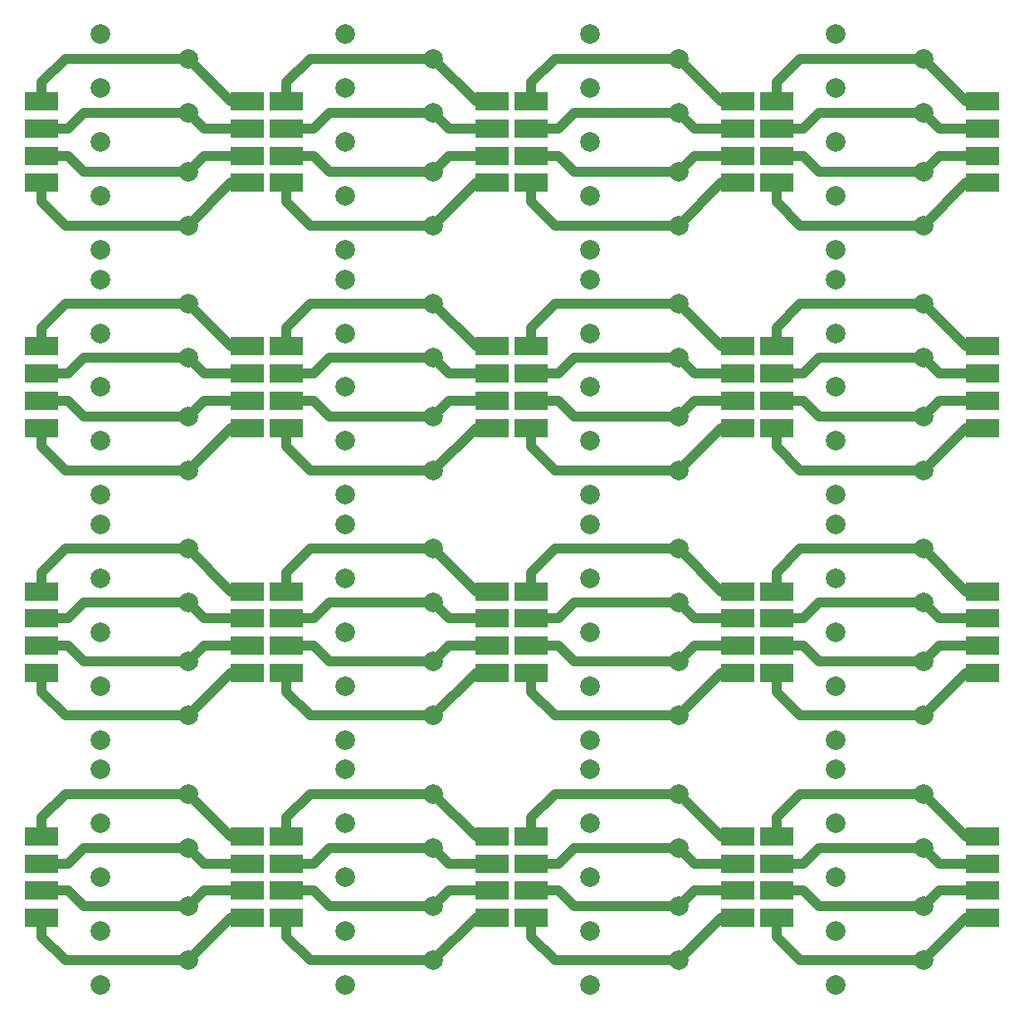
<source format=gbl>
G04 #@! TF.GenerationSoftware,KiCad,Pcbnew,(5.1.5)-3*
G04 #@! TF.CreationDate,2021-04-28T18:54:50+09:00*
G04 #@! TF.ProjectId,DSub9TestPoint.kicad_pcb(4x4),44537562-3954-4657-9374-506f696e742e,rev?*
G04 #@! TF.SameCoordinates,Original*
G04 #@! TF.FileFunction,Copper,L2,Bot*
G04 #@! TF.FilePolarity,Positive*
%FSLAX46Y46*%
G04 Gerber Fmt 4.6, Leading zero omitted, Abs format (unit mm)*
G04 Created by KiCad (PCBNEW (5.1.5)-3) date 2021-04-28 18:54:50*
%MOMM*%
%LPD*%
G04 APERTURE LIST*
%ADD10C,2.000000*%
%ADD11R,3.480000X1.846667*%
%ADD12C,1.000000*%
G04 APERTURE END LIST*
D10*
X133000000Y-101500000D03*
X142000000Y-146000000D03*
X142000000Y-115500000D03*
X133000000Y-137500000D03*
X142000000Y-109500000D03*
X142000000Y-134500000D03*
X133000000Y-148500000D03*
X133000000Y-143000000D03*
X133000000Y-107000000D03*
X133000000Y-126500000D03*
X142000000Y-121000000D03*
X108000000Y-73500000D03*
D11*
X123000000Y-58345000D03*
X123000000Y-61115000D03*
X123000000Y-63885000D03*
X123000000Y-66655000D03*
X102000000Y-58345000D03*
X102000000Y-61115000D03*
X102000000Y-63885000D03*
X102000000Y-66655000D03*
D10*
X117000000Y-65500000D03*
X117000000Y-71000000D03*
X108000000Y-51500000D03*
X108000000Y-57000000D03*
X108000000Y-62500000D03*
X108000000Y-68000000D03*
X117000000Y-84500000D03*
X117000000Y-54000000D03*
X117000000Y-59500000D03*
X108000000Y-76500000D03*
X108000000Y-93000000D03*
D11*
X123000000Y-83345000D03*
X123000000Y-86115000D03*
X123000000Y-88885000D03*
X123000000Y-91655000D03*
X102000000Y-108345000D03*
X102000000Y-111115000D03*
X102000000Y-113885000D03*
X102000000Y-116655000D03*
D10*
X117000000Y-79000000D03*
D11*
X102000000Y-83345000D03*
X102000000Y-86115000D03*
X102000000Y-88885000D03*
X102000000Y-91655000D03*
D10*
X108000000Y-112500000D03*
X108000000Y-118000000D03*
X117000000Y-96000000D03*
X108000000Y-82000000D03*
X108000000Y-87500000D03*
X117000000Y-90500000D03*
X108000000Y-98500000D03*
X108000000Y-123500000D03*
D11*
X123000000Y-108345000D03*
X123000000Y-111115000D03*
X123000000Y-113885000D03*
X123000000Y-116655000D03*
X123000000Y-133345000D03*
X123000000Y-136115000D03*
X123000000Y-138885000D03*
X123000000Y-141655000D03*
D10*
X117000000Y-140500000D03*
X108000000Y-132000000D03*
D11*
X102000000Y-133345000D03*
X102000000Y-136115000D03*
X102000000Y-138885000D03*
X102000000Y-141655000D03*
D10*
X117000000Y-104000000D03*
X117000000Y-129000000D03*
X108000000Y-126500000D03*
X117000000Y-121000000D03*
X108000000Y-107000000D03*
X117000000Y-134500000D03*
X117000000Y-146000000D03*
X108000000Y-137500000D03*
X108000000Y-143000000D03*
X108000000Y-148500000D03*
X117000000Y-109500000D03*
X108000000Y-101500000D03*
X117000000Y-115500000D03*
X142000000Y-71000000D03*
X142000000Y-59500000D03*
X133000000Y-51500000D03*
D11*
X148000000Y-91655000D03*
X148000000Y-88885000D03*
X148000000Y-86115000D03*
X148000000Y-83345000D03*
D10*
X133000000Y-93000000D03*
X142000000Y-54000000D03*
X142000000Y-84500000D03*
D11*
X148000000Y-66655000D03*
X148000000Y-63885000D03*
X148000000Y-61115000D03*
X148000000Y-58345000D03*
D10*
X133000000Y-68000000D03*
X133000000Y-76500000D03*
X133000000Y-73500000D03*
D11*
X127000000Y-66655000D03*
X127000000Y-63885000D03*
X127000000Y-61115000D03*
X127000000Y-58345000D03*
D10*
X133000000Y-57000000D03*
X133000000Y-62500000D03*
X142000000Y-65500000D03*
X133000000Y-112500000D03*
X133000000Y-82000000D03*
D11*
X148000000Y-116655000D03*
X148000000Y-113885000D03*
X148000000Y-111115000D03*
X148000000Y-108345000D03*
D10*
X133000000Y-118000000D03*
X133000000Y-87500000D03*
D11*
X127000000Y-141655000D03*
X127000000Y-138885000D03*
X127000000Y-136115000D03*
X127000000Y-133345000D03*
D10*
X142000000Y-90500000D03*
X142000000Y-140500000D03*
X142000000Y-96000000D03*
X133000000Y-98500000D03*
X133000000Y-123500000D03*
X142000000Y-129000000D03*
D11*
X127000000Y-116655000D03*
X127000000Y-113885000D03*
X127000000Y-111115000D03*
X127000000Y-108345000D03*
D10*
X142000000Y-104000000D03*
X142000000Y-79000000D03*
X133000000Y-132000000D03*
D11*
X148000000Y-141655000D03*
X148000000Y-138885000D03*
X148000000Y-136115000D03*
X148000000Y-133345000D03*
X127000000Y-91655000D03*
X127000000Y-88885000D03*
X127000000Y-86115000D03*
X127000000Y-83345000D03*
D10*
X83000000Y-73500000D03*
D11*
X98000000Y-58345000D03*
X98000000Y-61115000D03*
X98000000Y-63885000D03*
X98000000Y-66655000D03*
X77000000Y-58345000D03*
X77000000Y-61115000D03*
X77000000Y-63885000D03*
X77000000Y-66655000D03*
D10*
X92000000Y-65500000D03*
X92000000Y-71000000D03*
X83000000Y-51500000D03*
X83000000Y-57000000D03*
X83000000Y-62500000D03*
X83000000Y-68000000D03*
X92000000Y-84500000D03*
X92000000Y-54000000D03*
X92000000Y-59500000D03*
X83000000Y-76500000D03*
X83000000Y-93000000D03*
D11*
X98000000Y-83345000D03*
X98000000Y-86115000D03*
X98000000Y-88885000D03*
X98000000Y-91655000D03*
X77000000Y-108345000D03*
X77000000Y-111115000D03*
X77000000Y-113885000D03*
X77000000Y-116655000D03*
D10*
X92000000Y-79000000D03*
D11*
X77000000Y-83345000D03*
X77000000Y-86115000D03*
X77000000Y-88885000D03*
X77000000Y-91655000D03*
D10*
X83000000Y-112500000D03*
X83000000Y-118000000D03*
X92000000Y-96000000D03*
X83000000Y-82000000D03*
X83000000Y-87500000D03*
X92000000Y-90500000D03*
X83000000Y-98500000D03*
X83000000Y-123500000D03*
D11*
X98000000Y-108345000D03*
X98000000Y-111115000D03*
X98000000Y-113885000D03*
X98000000Y-116655000D03*
X98000000Y-133345000D03*
X98000000Y-136115000D03*
X98000000Y-138885000D03*
X98000000Y-141655000D03*
D10*
X92000000Y-140500000D03*
X83000000Y-132000000D03*
D11*
X77000000Y-133345000D03*
X77000000Y-136115000D03*
X77000000Y-138885000D03*
X77000000Y-141655000D03*
D10*
X92000000Y-104000000D03*
X92000000Y-129000000D03*
X83000000Y-126500000D03*
X92000000Y-121000000D03*
X83000000Y-107000000D03*
X92000000Y-134500000D03*
X92000000Y-146000000D03*
X83000000Y-137500000D03*
X83000000Y-143000000D03*
X83000000Y-148500000D03*
X92000000Y-109500000D03*
X83000000Y-101500000D03*
X92000000Y-115500000D03*
D11*
X52000000Y-66655000D03*
X52000000Y-63885000D03*
X52000000Y-61115000D03*
X52000000Y-58345000D03*
X73000000Y-66655000D03*
X73000000Y-63885000D03*
X73000000Y-61115000D03*
X73000000Y-58345000D03*
D10*
X58000000Y-73500000D03*
X58000000Y-68000000D03*
X58000000Y-62500000D03*
X58000000Y-57000000D03*
X58000000Y-51500000D03*
X67000000Y-71000000D03*
X67000000Y-65500000D03*
X67000000Y-59500000D03*
X67000000Y-54000000D03*
D11*
X52000000Y-91655000D03*
X52000000Y-88885000D03*
X52000000Y-86115000D03*
X52000000Y-83345000D03*
X73000000Y-91655000D03*
X73000000Y-88885000D03*
X73000000Y-86115000D03*
X73000000Y-83345000D03*
D10*
X58000000Y-98500000D03*
X58000000Y-93000000D03*
X58000000Y-87500000D03*
X58000000Y-82000000D03*
X58000000Y-76500000D03*
X67000000Y-96000000D03*
X67000000Y-90500000D03*
X67000000Y-84500000D03*
X67000000Y-79000000D03*
D11*
X52000000Y-116655000D03*
X52000000Y-113885000D03*
X52000000Y-111115000D03*
X52000000Y-108345000D03*
X73000000Y-116655000D03*
X73000000Y-113885000D03*
X73000000Y-111115000D03*
X73000000Y-108345000D03*
D10*
X58000000Y-123500000D03*
X58000000Y-118000000D03*
X58000000Y-112500000D03*
X58000000Y-107000000D03*
X58000000Y-101500000D03*
X67000000Y-121000000D03*
X67000000Y-115500000D03*
X67000000Y-109500000D03*
X67000000Y-104000000D03*
D11*
X52000000Y-141655000D03*
X52000000Y-138885000D03*
X52000000Y-136115000D03*
X52000000Y-133345000D03*
X73000000Y-141655000D03*
X73000000Y-138885000D03*
X73000000Y-136115000D03*
X73000000Y-133345000D03*
D10*
X58000000Y-148500000D03*
X58000000Y-143000000D03*
X58000000Y-137500000D03*
X58000000Y-132000000D03*
X58000000Y-126500000D03*
X67000000Y-146000000D03*
X67000000Y-140500000D03*
X67000000Y-134500000D03*
X67000000Y-129000000D03*
D12*
X71345000Y-66655000D02*
X67000000Y-71000000D01*
X73000000Y-66655000D02*
X71345000Y-66655000D01*
X52000000Y-68578333D02*
X52000000Y-66655000D01*
X54421667Y-71000000D02*
X52000000Y-68578333D01*
X67000000Y-71000000D02*
X54421667Y-71000000D01*
X71345000Y-91655000D02*
X67000000Y-96000000D01*
X73000000Y-91655000D02*
X71345000Y-91655000D01*
X52000000Y-93578333D02*
X52000000Y-91655000D01*
X54421667Y-96000000D02*
X52000000Y-93578333D01*
X67000000Y-96000000D02*
X54421667Y-96000000D01*
X71345000Y-116655000D02*
X67000000Y-121000000D01*
X73000000Y-116655000D02*
X71345000Y-116655000D01*
X52000000Y-118578333D02*
X52000000Y-116655000D01*
X54421667Y-121000000D02*
X52000000Y-118578333D01*
X67000000Y-121000000D02*
X54421667Y-121000000D01*
X71345000Y-141655000D02*
X67000000Y-146000000D01*
X73000000Y-141655000D02*
X71345000Y-141655000D01*
X52000000Y-143578333D02*
X52000000Y-141655000D01*
X54421667Y-146000000D02*
X52000000Y-143578333D01*
X67000000Y-146000000D02*
X54421667Y-146000000D01*
X96345000Y-66655000D02*
X92000000Y-71000000D01*
X79421667Y-71000000D02*
X77000000Y-68578333D01*
X77000000Y-68578333D02*
X77000000Y-66655000D01*
X98000000Y-66655000D02*
X96345000Y-66655000D01*
X92000000Y-71000000D02*
X79421667Y-71000000D01*
X77000000Y-93578333D02*
X77000000Y-91655000D01*
X92000000Y-96000000D02*
X79421667Y-96000000D01*
X79421667Y-96000000D02*
X77000000Y-93578333D01*
X98000000Y-91655000D02*
X96345000Y-91655000D01*
X96345000Y-91655000D02*
X92000000Y-96000000D01*
X98000000Y-116655000D02*
X96345000Y-116655000D01*
X79421667Y-121000000D02*
X77000000Y-118578333D01*
X77000000Y-118578333D02*
X77000000Y-116655000D01*
X96345000Y-116655000D02*
X92000000Y-121000000D01*
X92000000Y-121000000D02*
X79421667Y-121000000D01*
X92000000Y-146000000D02*
X79421667Y-146000000D01*
X98000000Y-141655000D02*
X96345000Y-141655000D01*
X96345000Y-141655000D02*
X92000000Y-146000000D01*
X79421667Y-146000000D02*
X77000000Y-143578333D01*
X77000000Y-143578333D02*
X77000000Y-141655000D01*
X121345000Y-66655000D02*
X117000000Y-71000000D01*
X104421667Y-71000000D02*
X102000000Y-68578333D01*
X102000000Y-68578333D02*
X102000000Y-66655000D01*
X123000000Y-66655000D02*
X121345000Y-66655000D01*
X117000000Y-71000000D02*
X104421667Y-71000000D01*
X102000000Y-93578333D02*
X102000000Y-91655000D01*
X117000000Y-96000000D02*
X104421667Y-96000000D01*
X104421667Y-96000000D02*
X102000000Y-93578333D01*
X123000000Y-91655000D02*
X121345000Y-91655000D01*
X121345000Y-91655000D02*
X117000000Y-96000000D01*
X123000000Y-116655000D02*
X121345000Y-116655000D01*
X104421667Y-121000000D02*
X102000000Y-118578333D01*
X102000000Y-118578333D02*
X102000000Y-116655000D01*
X121345000Y-116655000D02*
X117000000Y-121000000D01*
X117000000Y-121000000D02*
X104421667Y-121000000D01*
X117000000Y-146000000D02*
X104421667Y-146000000D01*
X123000000Y-141655000D02*
X121345000Y-141655000D01*
X121345000Y-141655000D02*
X117000000Y-146000000D01*
X104421667Y-146000000D02*
X102000000Y-143578333D01*
X102000000Y-143578333D02*
X102000000Y-141655000D01*
X148000000Y-66655000D02*
X146345000Y-66655000D01*
X146345000Y-66655000D02*
X142000000Y-71000000D01*
X129421667Y-71000000D02*
X127000000Y-68578333D01*
X127000000Y-68578333D02*
X127000000Y-66655000D01*
X142000000Y-121000000D02*
X129421667Y-121000000D01*
X148000000Y-116655000D02*
X146345000Y-116655000D01*
X127000000Y-118578333D02*
X127000000Y-116655000D01*
X146345000Y-116655000D02*
X142000000Y-121000000D01*
X129421667Y-121000000D02*
X127000000Y-118578333D01*
X146345000Y-141655000D02*
X142000000Y-146000000D01*
X129421667Y-146000000D02*
X127000000Y-143578333D01*
X142000000Y-146000000D02*
X129421667Y-146000000D01*
X127000000Y-143578333D02*
X127000000Y-141655000D01*
X148000000Y-141655000D02*
X146345000Y-141655000D01*
X127000000Y-93578333D02*
X127000000Y-91655000D01*
X142000000Y-71000000D02*
X129421667Y-71000000D01*
X148000000Y-91655000D02*
X146345000Y-91655000D01*
X142000000Y-96000000D02*
X129421667Y-96000000D01*
X146345000Y-91655000D02*
X142000000Y-96000000D01*
X129421667Y-96000000D02*
X127000000Y-93578333D01*
X68615000Y-63885000D02*
X73000000Y-63885000D01*
X67000000Y-65500000D02*
X68615000Y-63885000D01*
X54740000Y-63885000D02*
X52000000Y-63885000D01*
X56355000Y-65500000D02*
X54740000Y-63885000D01*
X67000000Y-65500000D02*
X56355000Y-65500000D01*
X68615000Y-88885000D02*
X73000000Y-88885000D01*
X67000000Y-90500000D02*
X68615000Y-88885000D01*
X54740000Y-88885000D02*
X52000000Y-88885000D01*
X56355000Y-90500000D02*
X54740000Y-88885000D01*
X67000000Y-90500000D02*
X56355000Y-90500000D01*
X68615000Y-113885000D02*
X73000000Y-113885000D01*
X67000000Y-115500000D02*
X68615000Y-113885000D01*
X54740000Y-113885000D02*
X52000000Y-113885000D01*
X56355000Y-115500000D02*
X54740000Y-113885000D01*
X67000000Y-115500000D02*
X56355000Y-115500000D01*
X68615000Y-138885000D02*
X73000000Y-138885000D01*
X67000000Y-140500000D02*
X68615000Y-138885000D01*
X54740000Y-138885000D02*
X52000000Y-138885000D01*
X56355000Y-140500000D02*
X54740000Y-138885000D01*
X67000000Y-140500000D02*
X56355000Y-140500000D01*
X79740000Y-63885000D02*
X77000000Y-63885000D01*
X81355000Y-65500000D02*
X79740000Y-63885000D01*
X93615000Y-63885000D02*
X98000000Y-63885000D01*
X92000000Y-65500000D02*
X93615000Y-63885000D01*
X92000000Y-65500000D02*
X81355000Y-65500000D01*
X79740000Y-88885000D02*
X77000000Y-88885000D01*
X93615000Y-88885000D02*
X98000000Y-88885000D01*
X81355000Y-90500000D02*
X79740000Y-88885000D01*
X92000000Y-90500000D02*
X81355000Y-90500000D01*
X92000000Y-90500000D02*
X93615000Y-88885000D01*
X93615000Y-113885000D02*
X98000000Y-113885000D01*
X92000000Y-115500000D02*
X93615000Y-113885000D01*
X79740000Y-113885000D02*
X77000000Y-113885000D01*
X81355000Y-115500000D02*
X79740000Y-113885000D01*
X92000000Y-115500000D02*
X81355000Y-115500000D01*
X93615000Y-138885000D02*
X98000000Y-138885000D01*
X79740000Y-138885000D02*
X77000000Y-138885000D01*
X92000000Y-140500000D02*
X93615000Y-138885000D01*
X92000000Y-140500000D02*
X81355000Y-140500000D01*
X81355000Y-140500000D02*
X79740000Y-138885000D01*
X104740000Y-63885000D02*
X102000000Y-63885000D01*
X106355000Y-65500000D02*
X104740000Y-63885000D01*
X118615000Y-63885000D02*
X123000000Y-63885000D01*
X117000000Y-65500000D02*
X118615000Y-63885000D01*
X117000000Y-65500000D02*
X106355000Y-65500000D01*
X104740000Y-88885000D02*
X102000000Y-88885000D01*
X118615000Y-88885000D02*
X123000000Y-88885000D01*
X106355000Y-90500000D02*
X104740000Y-88885000D01*
X117000000Y-90500000D02*
X106355000Y-90500000D01*
X117000000Y-90500000D02*
X118615000Y-88885000D01*
X118615000Y-113885000D02*
X123000000Y-113885000D01*
X117000000Y-115500000D02*
X118615000Y-113885000D01*
X104740000Y-113885000D02*
X102000000Y-113885000D01*
X106355000Y-115500000D02*
X104740000Y-113885000D01*
X117000000Y-115500000D02*
X106355000Y-115500000D01*
X118615000Y-138885000D02*
X123000000Y-138885000D01*
X104740000Y-138885000D02*
X102000000Y-138885000D01*
X117000000Y-140500000D02*
X118615000Y-138885000D01*
X117000000Y-140500000D02*
X106355000Y-140500000D01*
X106355000Y-140500000D02*
X104740000Y-138885000D01*
X143615000Y-63885000D02*
X148000000Y-63885000D01*
X142000000Y-65500000D02*
X143615000Y-63885000D01*
X129740000Y-63885000D02*
X127000000Y-63885000D01*
X131355000Y-65500000D02*
X129740000Y-63885000D01*
X131355000Y-115500000D02*
X129740000Y-113885000D01*
X129740000Y-113885000D02*
X127000000Y-113885000D01*
X142000000Y-115500000D02*
X131355000Y-115500000D01*
X143615000Y-113885000D02*
X148000000Y-113885000D01*
X142000000Y-115500000D02*
X143615000Y-113885000D01*
X142000000Y-140500000D02*
X131355000Y-140500000D01*
X131355000Y-140500000D02*
X129740000Y-138885000D01*
X129740000Y-138885000D02*
X127000000Y-138885000D01*
X142000000Y-140500000D02*
X143615000Y-138885000D01*
X143615000Y-138885000D02*
X148000000Y-138885000D01*
X142000000Y-65500000D02*
X131355000Y-65500000D01*
X142000000Y-90500000D02*
X143615000Y-88885000D01*
X129740000Y-88885000D02*
X127000000Y-88885000D01*
X131355000Y-90500000D02*
X129740000Y-88885000D01*
X142000000Y-90500000D02*
X131355000Y-90500000D01*
X143615000Y-88885000D02*
X148000000Y-88885000D01*
X68615000Y-61115000D02*
X67000000Y-59500000D01*
X73000000Y-61115000D02*
X68615000Y-61115000D01*
X65585787Y-59500000D02*
X67000000Y-59500000D01*
X54740000Y-61115000D02*
X56355000Y-59500000D01*
X56355000Y-59500000D02*
X65585787Y-59500000D01*
X52000000Y-61115000D02*
X54740000Y-61115000D01*
X68615000Y-86115000D02*
X67000000Y-84500000D01*
X73000000Y-86115000D02*
X68615000Y-86115000D01*
X65585787Y-84500000D02*
X67000000Y-84500000D01*
X54740000Y-86115000D02*
X56355000Y-84500000D01*
X56355000Y-84500000D02*
X65585787Y-84500000D01*
X52000000Y-86115000D02*
X54740000Y-86115000D01*
X68615000Y-111115000D02*
X67000000Y-109500000D01*
X73000000Y-111115000D02*
X68615000Y-111115000D01*
X65585787Y-109500000D02*
X67000000Y-109500000D01*
X54740000Y-111115000D02*
X56355000Y-109500000D01*
X56355000Y-109500000D02*
X65585787Y-109500000D01*
X52000000Y-111115000D02*
X54740000Y-111115000D01*
X68615000Y-136115000D02*
X67000000Y-134500000D01*
X73000000Y-136115000D02*
X68615000Y-136115000D01*
X65585787Y-134500000D02*
X67000000Y-134500000D01*
X54740000Y-136115000D02*
X56355000Y-134500000D01*
X56355000Y-134500000D02*
X65585787Y-134500000D01*
X52000000Y-136115000D02*
X54740000Y-136115000D01*
X98000000Y-61115000D02*
X93615000Y-61115000D01*
X90585787Y-59500000D02*
X92000000Y-59500000D01*
X77000000Y-61115000D02*
X79740000Y-61115000D01*
X79740000Y-61115000D02*
X81355000Y-59500000D01*
X93615000Y-61115000D02*
X92000000Y-59500000D01*
X81355000Y-59500000D02*
X90585787Y-59500000D01*
X81355000Y-84500000D02*
X90585787Y-84500000D01*
X79740000Y-86115000D02*
X81355000Y-84500000D01*
X93615000Y-86115000D02*
X92000000Y-84500000D01*
X98000000Y-86115000D02*
X93615000Y-86115000D01*
X90585787Y-84500000D02*
X92000000Y-84500000D01*
X77000000Y-86115000D02*
X79740000Y-86115000D01*
X93615000Y-111115000D02*
X92000000Y-109500000D01*
X98000000Y-111115000D02*
X93615000Y-111115000D01*
X81355000Y-109500000D02*
X90585787Y-109500000D01*
X77000000Y-111115000D02*
X79740000Y-111115000D01*
X79740000Y-111115000D02*
X81355000Y-109500000D01*
X90585787Y-109500000D02*
X92000000Y-109500000D01*
X81355000Y-134500000D02*
X90585787Y-134500000D01*
X98000000Y-136115000D02*
X93615000Y-136115000D01*
X93615000Y-136115000D02*
X92000000Y-134500000D01*
X90585787Y-134500000D02*
X92000000Y-134500000D01*
X79740000Y-136115000D02*
X81355000Y-134500000D01*
X77000000Y-136115000D02*
X79740000Y-136115000D01*
X123000000Y-61115000D02*
X118615000Y-61115000D01*
X115585787Y-59500000D02*
X117000000Y-59500000D01*
X102000000Y-61115000D02*
X104740000Y-61115000D01*
X104740000Y-61115000D02*
X106355000Y-59500000D01*
X118615000Y-61115000D02*
X117000000Y-59500000D01*
X106355000Y-59500000D02*
X115585787Y-59500000D01*
X106355000Y-84500000D02*
X115585787Y-84500000D01*
X104740000Y-86115000D02*
X106355000Y-84500000D01*
X118615000Y-86115000D02*
X117000000Y-84500000D01*
X123000000Y-86115000D02*
X118615000Y-86115000D01*
X115585787Y-84500000D02*
X117000000Y-84500000D01*
X102000000Y-86115000D02*
X104740000Y-86115000D01*
X118615000Y-111115000D02*
X117000000Y-109500000D01*
X123000000Y-111115000D02*
X118615000Y-111115000D01*
X106355000Y-109500000D02*
X115585787Y-109500000D01*
X102000000Y-111115000D02*
X104740000Y-111115000D01*
X104740000Y-111115000D02*
X106355000Y-109500000D01*
X115585787Y-109500000D02*
X117000000Y-109500000D01*
X106355000Y-134500000D02*
X115585787Y-134500000D01*
X123000000Y-136115000D02*
X118615000Y-136115000D01*
X118615000Y-136115000D02*
X117000000Y-134500000D01*
X115585787Y-134500000D02*
X117000000Y-134500000D01*
X104740000Y-136115000D02*
X106355000Y-134500000D01*
X102000000Y-136115000D02*
X104740000Y-136115000D01*
X140585787Y-59500000D02*
X142000000Y-59500000D01*
X148000000Y-61115000D02*
X143615000Y-61115000D01*
X127000000Y-61115000D02*
X129740000Y-61115000D01*
X131355000Y-109500000D02*
X140585787Y-109500000D01*
X143615000Y-111115000D02*
X142000000Y-109500000D01*
X148000000Y-111115000D02*
X143615000Y-111115000D01*
X127000000Y-86115000D02*
X129740000Y-86115000D01*
X129740000Y-111115000D02*
X131355000Y-109500000D01*
X143615000Y-136115000D02*
X142000000Y-134500000D01*
X131355000Y-134500000D02*
X140585787Y-134500000D01*
X140585787Y-109500000D02*
X142000000Y-109500000D01*
X148000000Y-136115000D02*
X143615000Y-136115000D01*
X129740000Y-136115000D02*
X131355000Y-134500000D01*
X140585787Y-134500000D02*
X142000000Y-134500000D01*
X127000000Y-136115000D02*
X129740000Y-136115000D01*
X127000000Y-111115000D02*
X129740000Y-111115000D01*
X148000000Y-86115000D02*
X143615000Y-86115000D01*
X129740000Y-86115000D02*
X131355000Y-84500000D01*
X131355000Y-84500000D02*
X140585787Y-84500000D01*
X131355000Y-59500000D02*
X140585787Y-59500000D01*
X140585787Y-84500000D02*
X142000000Y-84500000D01*
X129740000Y-61115000D02*
X131355000Y-59500000D01*
X143615000Y-61115000D02*
X142000000Y-59500000D01*
X143615000Y-86115000D02*
X142000000Y-84500000D01*
X71345000Y-58345000D02*
X67000000Y-54000000D01*
X73000000Y-58345000D02*
X71345000Y-58345000D01*
X52000000Y-56421667D02*
X52000000Y-58345000D01*
X54421667Y-54000000D02*
X52000000Y-56421667D01*
X67000000Y-54000000D02*
X54421667Y-54000000D01*
X71345000Y-83345000D02*
X67000000Y-79000000D01*
X73000000Y-83345000D02*
X71345000Y-83345000D01*
X52000000Y-81421667D02*
X52000000Y-83345000D01*
X54421667Y-79000000D02*
X52000000Y-81421667D01*
X67000000Y-79000000D02*
X54421667Y-79000000D01*
X71345000Y-108345000D02*
X67000000Y-104000000D01*
X73000000Y-108345000D02*
X71345000Y-108345000D01*
X52000000Y-106421667D02*
X52000000Y-108345000D01*
X54421667Y-104000000D02*
X52000000Y-106421667D01*
X67000000Y-104000000D02*
X54421667Y-104000000D01*
X71345000Y-133345000D02*
X67000000Y-129000000D01*
X73000000Y-133345000D02*
X71345000Y-133345000D01*
X52000000Y-131421667D02*
X52000000Y-133345000D01*
X54421667Y-129000000D02*
X52000000Y-131421667D01*
X67000000Y-129000000D02*
X54421667Y-129000000D01*
X77000000Y-56421667D02*
X77000000Y-58345000D01*
X92000000Y-54000000D02*
X79421667Y-54000000D01*
X96345000Y-58345000D02*
X92000000Y-54000000D01*
X98000000Y-58345000D02*
X96345000Y-58345000D01*
X79421667Y-54000000D02*
X77000000Y-56421667D01*
X77000000Y-81421667D02*
X77000000Y-83345000D01*
X92000000Y-79000000D02*
X79421667Y-79000000D01*
X79421667Y-79000000D02*
X77000000Y-81421667D01*
X98000000Y-83345000D02*
X96345000Y-83345000D01*
X96345000Y-83345000D02*
X92000000Y-79000000D01*
X96345000Y-108345000D02*
X92000000Y-104000000D01*
X92000000Y-104000000D02*
X79421667Y-104000000D01*
X77000000Y-106421667D02*
X77000000Y-108345000D01*
X98000000Y-108345000D02*
X96345000Y-108345000D01*
X79421667Y-104000000D02*
X77000000Y-106421667D01*
X79421667Y-129000000D02*
X77000000Y-131421667D01*
X96345000Y-133345000D02*
X92000000Y-129000000D01*
X77000000Y-131421667D02*
X77000000Y-133345000D01*
X98000000Y-133345000D02*
X96345000Y-133345000D01*
X92000000Y-129000000D02*
X79421667Y-129000000D01*
X102000000Y-56421667D02*
X102000000Y-58345000D01*
X117000000Y-54000000D02*
X104421667Y-54000000D01*
X121345000Y-58345000D02*
X117000000Y-54000000D01*
X123000000Y-58345000D02*
X121345000Y-58345000D01*
X104421667Y-54000000D02*
X102000000Y-56421667D01*
X102000000Y-81421667D02*
X102000000Y-83345000D01*
X117000000Y-79000000D02*
X104421667Y-79000000D01*
X104421667Y-79000000D02*
X102000000Y-81421667D01*
X123000000Y-83345000D02*
X121345000Y-83345000D01*
X121345000Y-83345000D02*
X117000000Y-79000000D01*
X121345000Y-108345000D02*
X117000000Y-104000000D01*
X117000000Y-104000000D02*
X104421667Y-104000000D01*
X102000000Y-106421667D02*
X102000000Y-108345000D01*
X123000000Y-108345000D02*
X121345000Y-108345000D01*
X104421667Y-104000000D02*
X102000000Y-106421667D01*
X104421667Y-129000000D02*
X102000000Y-131421667D01*
X121345000Y-133345000D02*
X117000000Y-129000000D01*
X102000000Y-131421667D02*
X102000000Y-133345000D01*
X123000000Y-133345000D02*
X121345000Y-133345000D01*
X117000000Y-129000000D02*
X104421667Y-129000000D01*
X127000000Y-56421667D02*
X127000000Y-58345000D01*
X146345000Y-58345000D02*
X142000000Y-54000000D01*
X142000000Y-54000000D02*
X129421667Y-54000000D01*
X146345000Y-108345000D02*
X142000000Y-104000000D01*
X142000000Y-104000000D02*
X129421667Y-104000000D01*
X127000000Y-106421667D02*
X127000000Y-108345000D01*
X148000000Y-108345000D02*
X146345000Y-108345000D01*
X142000000Y-79000000D02*
X129421667Y-79000000D01*
X148000000Y-83345000D02*
X146345000Y-83345000D01*
X129421667Y-79000000D02*
X127000000Y-81421667D01*
X127000000Y-81421667D02*
X127000000Y-83345000D01*
X146345000Y-83345000D02*
X142000000Y-79000000D01*
X148000000Y-133345000D02*
X146345000Y-133345000D01*
X142000000Y-129000000D02*
X129421667Y-129000000D01*
X127000000Y-131421667D02*
X127000000Y-133345000D01*
X129421667Y-104000000D02*
X127000000Y-106421667D01*
X129421667Y-129000000D02*
X127000000Y-131421667D01*
X146345000Y-133345000D02*
X142000000Y-129000000D01*
X129421667Y-54000000D02*
X127000000Y-56421667D01*
X148000000Y-58345000D02*
X146345000Y-58345000D01*
M02*

</source>
